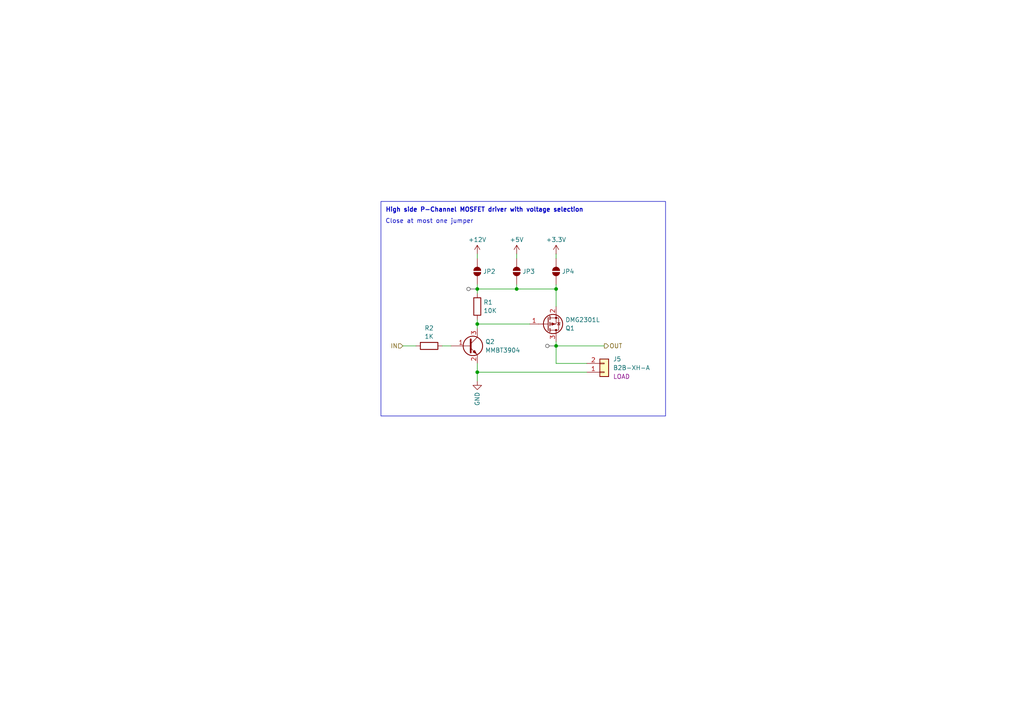
<source format=kicad_sch>
(kicad_sch (version 20231120) (generator "eeschema") (generator_version "8.0")
  (paper "A4")
  (title_block (title "High side P-Channel MOSFET driver with voltage selection"))
  (lib_symbols
    (symbol "Connector_Generic:Conn_01x02" (pin_names (offset 1.016) hide)
      (property "Reference" "J" (at 0 2.54 0))
      (property "Value" "Conn_01x02" (at 0 -5.08 0))
      (symbol "Conn_01x02_1_1"
        (rectangle (start -1.27 -2.413) (end 0 -2.667) (stroke (width 0.1524)))
        (rectangle (start -1.27 0.127) (end 0 -0.127) (stroke (width 0.1524)))
        (rectangle (start -1.27 1.27) (end 1.27 -3.81) (stroke (width 0.254)) (fill (type background)))
        (pin passive line (at -5.08 0 0) (length 3.81) (name "Pin_1") (number "1"))
        (pin passive line (at -5.08 -2.54 0) (length 3.81) (name "Pin_2") (number "2"))
      )
    )
    (symbol "Device:Q_PMOS_GSD" (pin_names (offset 0) hide)
      (property "Reference" "Q" (at 5.08 1.27 0))
      (property "Value" "Q_PMOS_GSD" (at 5.08 -1.27 0))
      (symbol "Q_PMOS_GSD_0_1"
        (polyline (pts (xy 0.254 0) (xy -2.54 0)))
        (polyline (pts (xy 0.254 1.905) (xy 0.254 -1.905)) (stroke (width 0.254)))
        (polyline (pts (xy 0.762 -1.27) (xy 0.762 -2.286)) (stroke (width 0.254)))
        (polyline (pts (xy 0.762 0.508) (xy 0.762 -0.508)) (stroke (width 0.254)))
        (polyline (pts (xy 0.762 2.286) (xy 0.762 1.27)) (stroke (width 0.254)))
        (polyline (pts (xy 2.54 2.54) (xy 2.54 1.778)))
        (polyline (pts (xy 2.54 -2.54) (xy 2.54 0) (xy 0.762 0)))
        (polyline (pts (xy 0.762 1.778) (xy 3.302 1.778) (xy 3.302 -1.778) (xy 0.762 -1.778)))
        (polyline (pts (xy 2.286 0) (xy 1.27 0.381) (xy 1.27 -0.381) (xy 2.286 0)) (fill (type outline)))
        (polyline (pts (xy 2.794 -0.508) (xy 2.921 -0.381) (xy 3.683 -0.381) (xy 3.81 -0.254)))
        (polyline (pts (xy 3.302 -0.381) (xy 2.921 0.254) (xy 3.683 0.254) (xy 3.302 -0.381)))
        (circle (center 1.651 0) (radius 2.794) (stroke (width 0.254)))
        (circle (center 2.54 -1.778) (radius 0.254) (fill (type outline)))
        (circle (center 2.54 1.778) (radius 0.254) (fill (type outline)))
      )
      (symbol "Q_PMOS_GSD_1_1"
        (pin input line (at -5.08 0 0) (length 2.54) (name "G") (number "1"))
        (pin passive line (at 2.54 -5.08 90) (length 2.54) (name "S") (number "2"))
        (pin passive line (at 2.54 5.08 270) (length 2.54) (name "D") (number "3"))
      )
    )
    (symbol "Device:R" (pin_numbers hide) (pin_names (offset 0))
      (property "Reference" "R" (at 2.032 0 90))
      (property "Value" "R" (at 0 0 90))
      (symbol "R_0_1"
        (rectangle (start -1.016 -2.54) (end 1.016 2.54) (stroke (width 0.254)))
      )
      (symbol "R_1_1"
        (pin passive line (at 0 3.81 270) (length 1.27) (name "~") (number "1"))
        (pin passive line (at 0 -3.81 90) (length 1.27) (name "~") (number "2"))
      )
    )
    (symbol "Jumper:SolderJumper_2_Open" (pin_numbers hide) (pin_names (offset 0) hide) (exclude_from_sim yes) (in_bom no)
      (property "Reference" "JP" (at 0 2.032 0))
      (property "Value" "SolderJumper_2_Open" (at 0 -2.54 0))
      (symbol "SolderJumper_2_Open_0_1"
        (arc (start -0.254 1.016) (mid -1.2656 0) (end -0.254 -1.016))
        (arc (start -0.254 1.016) (mid -1.2656 0) (end -0.254 -1.016) (fill (type outline)))
        (polyline (pts (xy -0.254 1.016) (xy -0.254 -1.016)))
        (polyline (pts (xy 0.254 1.016) (xy 0.254 -1.016)))
        (arc (start 0.254 -1.016) (mid 1.2656 0) (end 0.254 1.016))
        (arc (start 0.254 -1.016) (mid 1.2656 0) (end 0.254 1.016) (fill (type outline)))
      )
      (symbol "SolderJumper_2_Open_1_1"
        (pin passive line (at -3.81 0 0) (length 2.54) (name "A") (number "1"))
        (pin passive line (at 3.81 0 180) (length 2.54) (name "B") (number "2"))
      )
    )
    (symbol "Transistor_BJT:MMBT3904" (pin_names (offset 0) hide)
      (property "Reference" "Q" (at 5.08 1.905 0))
      (property "Value" "MMBT3904" (at 5.08 0 0))
      (symbol "MMBT3904_0_1"
        (polyline (pts (xy 0.635 0.635) (xy 2.54 2.54)))
        (polyline (pts (xy 0.635 -0.635) (xy 2.54 -2.54) (xy 2.54 -2.54)))
        (polyline (pts (xy 0.635 1.905) (xy 0.635 -1.905) (xy 0.635 -1.905)) (stroke (width 0.508)))
        (polyline (pts (xy 1.27 -1.778) (xy 1.778 -1.27) (xy 2.286 -2.286) (xy 1.27 -1.778) (xy 1.27 -1.778)) (fill (type outline)))
        (circle (center 1.27 0) (radius 2.8194) (stroke (width 0.254)))
      )
      (symbol "MMBT3904_1_1"
        (pin input line (at -5.08 0 0) (length 5.715) (name "B") (number "1"))
        (pin passive line (at 2.54 -5.08 90) (length 2.54) (name "E") (number "2"))
        (pin passive line (at 2.54 5.08 270) (length 2.54) (name "C") (number "3"))
      )
    )
    (symbol "power:+12V" (power) (pin_numbers hide) (pin_names (offset 0) hide)
      (property "Value" "+12V" (at 0 3.556 0))
      (symbol "+12V_0_1"
        (polyline (pts (xy -0.762 1.27) (xy 0 2.54)))
        (polyline (pts (xy 0 0) (xy 0 2.54)))
        (polyline (pts (xy 0 2.54) (xy 0.762 1.27)))
      )
      (symbol "+12V_1_1"
        (pin power_in line (at 0 0 90) (length 0) (name "~") (number "1"))
      )
    )
    (symbol "power:+3.3V" (power) (pin_numbers hide) (pin_names (offset 0) hide)
      (property "Value" "+3.3V" (at 0 3.556 0))
      (symbol "+3.3V_0_1"
        (polyline (pts (xy -0.762 1.27) (xy 0 2.54)))
        (polyline (pts (xy 0 0) (xy 0 2.54)))
        (polyline (pts (xy 0 2.54) (xy 0.762 1.27)))
      )
      (symbol "+3.3V_1_1"
        (pin power_in line (at 0 0 90) (length 0) (name "~") (number "1"))
      )
    )
    (symbol "power:+5V" (power) (pin_numbers hide) (pin_names (offset 0) hide)
      (property "Value" "+5V" (at 0 3.556 0))
      (symbol "+5V_0_1"
        (polyline (pts (xy -0.762 1.27) (xy 0 2.54)))
        (polyline (pts (xy 0 0) (xy 0 2.54)))
        (polyline (pts (xy 0 2.54) (xy 0.762 1.27)))
      )
      (symbol "+5V_1_1"
        (pin power_in line (at 0 0 90) (length 0) (name "~") (number "1"))
      )
    )
    (symbol "power:GND" (power) (pin_numbers hide) (pin_names (offset 0) hide)
      (property "Value" "GND" (at 0 -3.81 0))
      (symbol "GND_0_1"
        (polyline (pts (xy 0 0) (xy 0 -1.27) (xy 1.27 -1.27) (xy 0 -2.54) (xy -1.27 -1.27) (xy 0 -1.27)))
      )
      (symbol "GND_1_1"
        (pin power_in line (at 0 0 270) (length 0) (name "~") (number "1"))
      )
    )
  )
  (junction (at 161.29 100.33))
  (junction (at 138.43 93.98))
  (junction (at 138.43 83.82))
  (junction (at 138.43 107.95))
  (junction (at 149.86 83.82))
  (junction (at 161.29 83.82))
  (wire (pts (xy 138.43 83.82) (xy 138.43 85.09)))
  (wire (pts (xy 138.43 74.93) (xy 138.43 73.66)))
  (wire (pts (xy 138.43 93.98) (xy 138.43 95.25)))
  (wire (pts (xy 138.43 93.98) (xy 153.67 93.98)))
  (wire (pts (xy 149.86 82.55) (xy 149.86 83.82)))
  (wire (pts (xy 170.18 105.41) (xy 161.29 105.41)))
  (wire (pts (xy 161.29 73.66) (xy 161.29 74.93)))
  (wire (pts (xy 161.29 100.33) (xy 175.26 100.33)))
  (wire (pts (xy 138.43 107.95) (xy 170.18 107.95)))
  (wire (pts (xy 116.84 100.33) (xy 120.65 100.33)))
  (wire (pts (xy 161.29 99.06) (xy 161.29 100.33)))
  (wire (pts (xy 138.43 105.41) (xy 138.43 107.95)))
  (wire (pts (xy 138.43 92.71) (xy 138.43 93.98)))
  (wire (pts (xy 128.27 100.33) (xy 130.81 100.33)))
  (wire (pts (xy 138.43 82.55) (xy 138.43 83.82)))
  (wire (pts (xy 161.29 105.41) (xy 161.29 100.33)))
  (wire (pts (xy 161.29 82.55) (xy 161.29 83.82)))
  (wire (pts (xy 149.86 73.66) (xy 149.86 74.93)))
  (wire (pts (xy 138.43 83.82) (xy 149.86 83.82)))
  (wire (pts (xy 161.29 83.82) (xy 161.29 88.9)))
  (wire (pts (xy 149.86 83.82) (xy 161.29 83.82)))
  (wire (pts (xy 138.43 107.95) (xy 138.43 110.49)))
  (rectangle (start 110.49 58.42) (end 193.04 120.65))
  (text "High side P-Channel MOSFET driver with voltage selection" (at 111.76 60.96 0) (effects (font (size 1.27 1.27) (thickness 0.254) (bold yes)) (justify left)))
  (text "Close at most one jumper" (at 111.76 63.5 0) (effects (font (size 1.27 1.27)) (justify left top)))
  (hierarchical_label "IN" (shape input) (at 116.84 100.33 180))
  (hierarchical_label "OUT" (shape output) (at 175.26 100.33 0))
  (netclass_flag "" (length 2.54) (shape round) (at 138.43 83.82 90) (property "Netclass" "Power" (effects (hide yes))))
  (netclass_flag "" (length 2.54) (shape round) (at 161.29 100.33 90) (property "Netclass" "Power" (effects (hide yes))))
  (symbol (lib_id "Device:R") (at 138.43 88.9 0) (unit 1)
    (property "Reference" "R1" (at 140.208 87.6878 0) (effects (justify left)))
    (property "Value" "10K" (at 140.208 90.1121 0) (effects (justify left)))
    (property "Footprint" "Resistor_SMD:R_0603_1608Metric_Pad0.98x0.95mm_HandSolder" (effects (hide yes)))
    (property "Description" "Resistor" (effects (hide yes)))
    (instances (project "load" (path "" (reference "R1") (unit 1)) (path "" (reference "R3") (unit 1))))
  )
  (symbol (lib_id "Device:Q_PMOS_GSD") (at 158.75 93.98 0) (mirror x) (unit 1)
    (property "Reference" "Q1" (at 163.957 95.1922 0) (effects (justify left)))
    (property "Value" "DMG2301L" (at 163.957 92.7679 0) (effects (justify left)))
    (property "Footprint" "Package_TO_SOT_SMD:SOT-23_Handsoldering" (effects (hide yes)))
    (property "Datasheet" "https://www.diodes.com/assets/Datasheets/DMG2301L.pdf" (effects (hide yes)))
    (property "Description" "P-MOSFET transistor, gate/source/drain" (effects (hide yes)))
    (instances (project "load" (path "" (reference "Q1") (unit 1)) (path "" (reference "Q3") (unit 1))))
  )
  (symbol (lib_id "Connector_Generic:Conn_01x02") (at 175.26 107.95 0) (mirror x) (unit 1)
    (property "Reference" "J5" (at 177.8 104.14 0) (effects (justify left)))
    (property "Value" "B2B-XH-A" (at 177.8 106.68 0) (effects (justify left)))
    (property "Footprint" "Connector_JST:JST_XH_B2B-XH-A_1x02_P2.50mm_Vertical" (effects (hide yes)))
    (property "Description" "Generic connector, single row, 01x02, script generated (kicad-library-utils/schlib/autogen/connector/)" (effects (hide yes)))
    (property "Label" "LOAD" (at 177.8 109.22 0) (effects (justify left)))
    (instances (project "load" (path "" (reference "J5") (unit 1)) (path "" (reference "J6") (unit 1))))
  )
  (symbol (lib_id "power:GND") (at 138.43 110.49 0) (unit 1)
    (property "Reference" "#PWR018" (effects (hide yes)))
    (property "Value" "GND" (at 138.43 113.6649 90) (effects (justify right)))
    (property "Description" "Power symbol creates a global label with name \"GND\" , ground" (effects (hide yes)))
    (instances (project "load" (path "" (reference "#PWR018") (unit 1)) (path "" (reference "#PWR022") (unit 1))))
  )
  (symbol (lib_id "Transistor_BJT:MMBT3904") (at 135.89 100.33 0) (unit 1)
    (property "Reference" "Q2" (at 140.7414 99.1178 0) (effects (justify left)))
    (property "Value" "MMBT3904" (at 140.716 101.6 0) (effects (justify left)))
    (property "Footprint" "Package_TO_SOT_SMD:SOT-23_Handsoldering" (effects (hide yes)))
    (property "Datasheet" "https://www.onsemi.com/pdf/datasheet/pzt3904-d.pdf" (effects (hide yes)))
    (property "Description" "0.2A Ic, 40V Vce, Small Signal NPN Transistor, SOT-23" (effects (hide yes)))
    (instances (project "load" (path "" (reference "Q2") (unit 1)) (path "" (reference "Q4") (unit 1))))
  )
  (symbol (lib_id "power:+3.3V") (at 161.29 73.66 0) (unit 1)
    (property "Reference" "#PWR017" (effects (hide yes)))
    (property "Value" "+3.3V" (at 161.29 69.5269 0))
    (property "Description" "Power symbol creates a global label with name \"+3.3V\"" (effects (hide yes)))
    (instances (project "load" (path "" (reference "#PWR017") (unit 1)) (path "" (reference "#PWR021") (unit 1))))
  )
  (symbol (lib_id "power:+12V") (at 138.43 73.66 0) (unit 1)
    (property "Reference" "#PWR015" (effects (hide yes)))
    (property "Value" "+12V" (at 138.43 69.5269 0))
    (property "Description" "Power symbol creates a global label with name \"+12V\"" (effects (hide yes)))
    (instances (project "load" (path "" (reference "#PWR015") (unit 1)) (path "" (reference "#PWR019") (unit 1))))
  )
  (symbol (lib_id "power:+5V") (at 149.86 73.66 0) (unit 1)
    (property "Reference" "#PWR016" (effects (hide yes)))
    (property "Value" "+5V" (at 149.86 69.5269 0))
    (property "Description" "Power symbol creates a global label with name \"+5V\"" (effects (hide yes)))
    (instances (project "load" (path "" (reference "#PWR016") (unit 1)) (path "" (reference "#PWR020") (unit 1))))
  )
  (symbol (lib_id "Device:R") (at 124.46 100.33 270) (unit 1)
    (property "Reference" "R2" (at 124.46 95.1695 90))
    (property "Value" "1K" (at 124.46 97.5938 90))
    (property "Footprint" "Resistor_SMD:R_0603_1608Metric_Pad0.98x0.95mm_HandSolder" (effects (hide yes)))
    (property "Description" "Resistor" (effects (hide yes)))
    (instances (project "load" (path "" (reference "R2") (unit 1)) (path "" (reference "R4") (unit 1))))
  )
  (symbol (lib_id "Jumper:SolderJumper_2_Open") (at 149.86 78.74 90) (mirror x) (unit 1) (exclude_from_sim yes) (in_bom no)
    (property "Reference" "JP3" (at 151.511 78.74 90) (effects (justify right)))
    (property "Value" "SolderJumper_2_Open" (effects (hide yes)))
    (property "Footprint" "Jumper:SolderJumper-2_P1.3mm_Open_TrianglePad1.0x1.5mm" (effects (hide yes)))
    (property "Description" "Solder Jumper, 2-pole, open" (effects (hide yes)))
    (instances (project "load" (path "" (reference "JP3") (unit 1)) (path "" (reference "JP6") (unit 1))))
  )
  (symbol (lib_id "Jumper:SolderJumper_2_Open") (at 161.29 78.74 90) (mirror x) (unit 1) (exclude_from_sim yes) (in_bom no)
    (property "Reference" "JP4" (at 162.941 78.74 90) (effects (justify right)))
    (property "Value" "SolderJumper_2_Open" (effects (hide yes)))
    (property "Footprint" "Jumper:SolderJumper-2_P1.3mm_Open_TrianglePad1.0x1.5mm" (effects (hide yes)))
    (property "Description" "Solder Jumper, 2-pole, open" (effects (hide yes)))
    (instances (project "load" (path "" (reference "JP4") (unit 1)) (path "" (reference "JP7") (unit 1))))
  )
  (symbol (lib_id "Jumper:SolderJumper_2_Open") (at 138.43 78.74 90) (mirror x) (unit 1) (exclude_from_sim yes) (in_bom no)
    (property "Reference" "JP2" (at 140.081 78.74 90) (effects (justify right)))
    (property "Value" "SolderJumper_2_Open" (effects (hide yes)))
    (property "Footprint" "Jumper:SolderJumper-2_P1.3mm_Open_TrianglePad1.0x1.5mm" (effects (hide yes)))
    (property "Description" "Solder Jumper, 2-pole, open" (effects (hide yes)))
    (instances (project "" (path "" (reference "JP2") (unit 1)) (path "" (reference "JP5") (unit 1))))
  )
)
</source>
